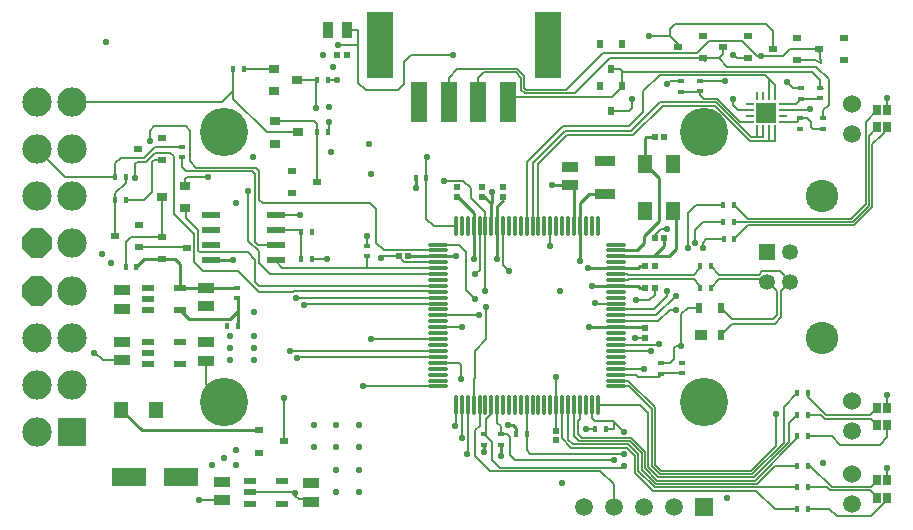
<source format=gtl>
%FSTAX23Y23*%
%MOIN*%
%SFA1B1*%

%IPPOS*%
%AMD44*
4,1,8,0.020400,-0.049400,0.049400,-0.020400,0.049400,0.020400,0.020400,0.049400,-0.020400,0.049400,-0.049400,0.020400,-0.049400,-0.020400,-0.020400,-0.049400,0.020400,-0.049400,0.0*
%
%ADD10R,0.053000X0.037000*%
%ADD11R,0.022000X0.018000*%
%ADD12R,0.091000X0.220000*%
%ADD13R,0.055000X0.134000*%
%ADD14O,0.071000X0.012000*%
%ADD15O,0.012000X0.071000*%
%ADD16R,0.118000X0.063000*%
%ADD17R,0.018000X0.022000*%
%ADD18R,0.020000X0.020000*%
%ADD19R,0.020000X0.020000*%
%ADD20R,0.035000X0.031000*%
%ADD21R,0.037000X0.053000*%
%ADD22R,0.028000X0.024000*%
%ADD23R,0.060000X0.024000*%
%ADD24R,0.067000X0.037000*%
%ADD25R,0.024000X0.028000*%
%ADD26R,0.024000X0.035000*%
%ADD27R,0.039000X0.035000*%
%ADD28R,0.051000X0.055000*%
%ADD29R,0.041000X0.024000*%
%ADD30R,0.051000X0.063000*%
%ADD31R,0.026000X0.033000*%
%ADD32R,0.065000X0.065000*%
%ADD33R,0.010000X0.028000*%
%ADD34R,0.028000X0.010000*%
%ADD35C,0.006000*%
%ADD36C,0.010000*%
%ADD37C,0.161000*%
%ADD38C,0.108000*%
%ADD39C,0.053000*%
%ADD40R,0.053000X0.053000*%
%ADD41C,0.059000*%
%ADD42R,0.059000X0.059000*%
%ADD43C,0.098000*%
G04~CAMADD=44~4~0.0~0.0~988.6~988.6~0.0~289.5~0~0.0~0.0~0.0~0.0~0~0.0~0.0~0.0~0.0~0~0.0~0.0~0.0~225.0~988.6~988.6*
%ADD44D44*%
%ADD45R,0.098000X0.098000*%
%ADD46C,0.060000*%
%ADD47C,0.022000*%
%LNkavi_pcb_r5-1*%
%LPD*%
G54D10*
X00992Y-00131D03*
Y-00069D03*
X00694Y-00126D03*
Y-00064D03*
X0036Y0034D03*
Y00402D03*
Y00576D03*
Y00513D03*
X0064Y00338D03*
Y004D03*
Y0052D03*
Y00582D03*
X01855Y00924D03*
Y00986D03*
G54D11*
X02158Y00295D03*
Y0033D03*
X02226Y00333D03*
Y00297D03*
X02223Y01272D03*
Y01236D03*
X02289Y01237D03*
Y01272D03*
X02622Y01113D03*
Y01148D03*
X02697Y01113D03*
Y01149D03*
X02689Y01214D03*
Y01249D03*
X00745Y00547D03*
Y00583D03*
X01176Y00723D03*
Y00687D03*
X02623Y01213D03*
Y01248D03*
X0056Y01017D03*
Y01053D03*
X01566Y00095D03*
Y00059D03*
X01623Y00095D03*
Y00059D03*
G54D12*
X0122Y0139D03*
X0178D03*
G54D13*
X01352Y01202D03*
X0145D03*
X01549D03*
X01647D03*
G54D14*
X02007Y00726D03*
Y00707D03*
Y00687D03*
Y00667D03*
Y00647D03*
Y00628D03*
Y00608D03*
Y00588D03*
Y00569D03*
Y00549D03*
Y00529D03*
Y0051D03*
Y0049D03*
Y0047D03*
Y00451D03*
Y00431D03*
Y00411D03*
Y00392D03*
Y00372D03*
Y00352D03*
Y00333D03*
Y00313D03*
Y00293D03*
Y00273D03*
Y00254D03*
X01413D03*
Y00273D03*
Y00293D03*
Y00313D03*
Y00333D03*
Y00352D03*
Y00372D03*
Y00392D03*
Y00411D03*
Y00431D03*
Y00451D03*
Y0047D03*
Y0049D03*
Y0051D03*
Y00529D03*
Y00549D03*
Y00569D03*
Y00588D03*
Y00608D03*
Y00628D03*
Y00647D03*
Y00667D03*
Y00687D03*
Y00707D03*
Y00726D03*
G54D15*
X01946Y00193D03*
X01927D03*
X01907D03*
X01887D03*
X01867D03*
X01848D03*
X01828D03*
X01808D03*
X01789D03*
X01769D03*
X01749D03*
X0173D03*
X0171D03*
X0169D03*
X01671D03*
X01651D03*
X01631D03*
X01612D03*
X01592D03*
X01572D03*
X01553D03*
X01533D03*
X01513D03*
X01493D03*
X01474D03*
Y00787D03*
X01493D03*
X01513D03*
X01533D03*
X01553D03*
X01572D03*
X01592D03*
X01612D03*
X01631D03*
X01651D03*
X01671D03*
X0169D03*
X0171D03*
X0173D03*
X01749D03*
X01769D03*
X01789D03*
X01808D03*
X01828D03*
X01848D03*
X01867D03*
X01887D03*
X01907D03*
X01927D03*
X01946D03*
G54D16*
X00558Y-0005D03*
X00385D03*
G54D17*
X02288Y00654D03*
X02287Y00582D03*
X00712Y00455D03*
X00748D03*
X00993Y00769D03*
X00957D03*
Y00678D03*
X00993D03*
X02324Y00654D03*
X02323Y00582D03*
X00732Y01312D03*
X00768D03*
X01012Y01275D03*
X01048D03*
X01012Y011D03*
X01048D03*
X00337Y0095D03*
X00373D03*
Y00875D03*
X00337D03*
X00373Y00653D03*
X00409D03*
X01375Y00949D03*
X0134D03*
X02365Y00858D03*
X02401D03*
X02364Y00801D03*
X024D03*
X02366Y00744D03*
X02402D03*
X02612Y00159D03*
X02648D03*
X02612Y00231D03*
X02648D03*
X02612Y00087D03*
X02648D03*
X02612Y-00011D03*
X02648D03*
X02612Y-00083D03*
X02648D03*
X02612Y-00155D03*
X02648D03*
X0171Y00096D03*
X01674D03*
X01973Y00111D03*
X01937D03*
G54D18*
X02105Y0058D03*
X02137D03*
Y00655D03*
X02105D03*
X02136Y00747D03*
X02167D03*
Y01085D03*
X02136D03*
X01079Y01357D03*
X01111D03*
X01283Y00687D03*
X01315D03*
G54D19*
X02105Y00416D03*
Y00448D03*
X01479Y00917D03*
Y00885D03*
X01562Y00917D03*
Y00885D03*
X0163Y00917D03*
Y00885D03*
X01808Y00075D03*
Y00106D03*
G54D20*
X00572Y00847D03*
Y00921D03*
X00494Y00884D03*
X00866Y01312D03*
Y01238D03*
X00944Y01275D03*
X00871Y01137D03*
Y01063D03*
X00949Y011D03*
G54D21*
X01049Y01443D03*
X01112D03*
G54D22*
X00338Y00756D03*
X00416Y00719D03*
Y00793D03*
X00415Y01045D03*
X00493Y01008D03*
Y01082D03*
X00928Y00971D03*
Y00897D03*
X0101Y00934D03*
X02612Y01342D03*
Y01416D03*
X0253Y01379D03*
X02297Y01347D03*
Y01421D03*
X02215Y01384D03*
X02767Y01342D03*
Y01416D03*
X02685Y01379D03*
X02447Y01347D03*
Y01421D03*
X02365Y01384D03*
X00819Y00107D03*
Y00033D03*
X00901Y0007D03*
X00494Y00752D03*
Y00678D03*
X00576Y00715D03*
G54D23*
X00657Y00825D03*
Y00775D03*
Y00725D03*
Y00675D03*
X00873Y00825D03*
Y00775D03*
Y00725D03*
Y00675D03*
G54D24*
X0197Y00895D03*
Y01005D03*
G54D25*
X02028Y01255D03*
X01954D03*
X01991Y01173D03*
X02028Y01395D03*
X01954D03*
X01991Y01313D03*
G54D26*
X02283Y00515D03*
X02357D03*
Y00425D03*
G54D27*
X0229Y00425D03*
G54D28*
X00359Y00175D03*
X00473D03*
G54D29*
X00554Y00402D03*
Y00328D03*
X00446D03*
Y00365D03*
Y00402D03*
X00894Y-00063D03*
Y-00137D03*
X00786D03*
Y-001D03*
Y-00063D03*
X00554Y00582D03*
Y00508D03*
X00446D03*
Y00545D03*
Y00582D03*
G54D30*
X02197Y00996D03*
Y00838D03*
X02103Y00996D03*
Y00838D03*
G54D31*
X02879Y00125D03*
X02912D03*
Y00183D03*
X02879Y00182D03*
Y-0006D03*
X02912D03*
Y-00117D03*
X02879D03*
Y01117D03*
X02912D03*
Y01175D03*
X02879Y01174D03*
G54D32*
X02509Y01166D03*
G54D33*
X02479Y01222D03*
X02499D03*
X02519D03*
X02539D03*
Y0111D03*
X02519D03*
X02499D03*
X02479D03*
G54D34*
X02565Y01196D03*
Y01176D03*
Y01156D03*
Y01136D03*
X02453D03*
Y01156D03*
Y01176D03*
Y01196D03*
G54D35*
X00337Y00763D02*
X00346Y00755D01*
X01451Y01159D02*
X01472Y01181D01*
X02155Y00295D02*
X02158Y00297D01*
X00574Y00816D02*
Y00848D01*
X00494Y00883D02*
X00496Y00885D01*
X00374Y00651D02*
Y00736D01*
X02028Y01253D02*
Y013D01*
X01669Y01202D02*
Y01181D01*
X01648Y01159D02*
X01669Y01181D01*
X0094Y00352D02*
X01413D01*
X01702Y01247D02*
X01708Y01241D01*
X01691Y01242D02*
X01703Y0123D01*
X01669Y01219D02*
Y01202D01*
Y01219D02*
X01994D01*
X02028Y01253*
X01708Y01241D02*
X01841D01*
X01703Y0123D02*
X01871D01*
X01568Y013D02*
X01673D01*
X01549Y01281D02*
X01568Y013D01*
X01549Y01202D02*
Y01281D01*
X0145Y01219D02*
Y01282D01*
X01479Y01311*
X01678*
X01702Y01287*
Y01247D02*
Y01287D01*
X01841Y01241D02*
X01964Y01364D01*
X01691Y01242D02*
Y01282D01*
X01173Y0124D02*
X01282D01*
X01302Y0126*
Y01335*
X01325Y01358*
X01464*
X01673Y013D02*
X01691Y01282D01*
X01112Y01443D02*
X01148D01*
X01669Y01181D02*
D01*
X02047Y00273D02*
X02137Y00184D01*
X02007Y00273D02*
X02047D01*
X02137Y-00007D02*
Y00184D01*
X02007Y00254D02*
X02051D01*
X02115Y-00016D02*
Y00165D01*
X02087Y00193D02*
X02115Y00165D01*
X01946Y00193D02*
X02087D01*
X02137Y-00007D02*
X02158Y-00028D01*
X02136Y-00083D02*
X02612D01*
X0214Y-00072D02*
X02476D01*
X02145Y-00061D02*
X02471D01*
X02149Y-0005D02*
X02467D01*
X02154Y-00039D02*
X02462D01*
X02158Y-00028D02*
X02458D01*
X0254Y00054D02*
Y0016D01*
X02458Y-00028D02*
X0254Y00054D01*
X02505Y01292D02*
X02519Y01278D01*
X02154Y01292D02*
X02505D01*
X02031Y01303D02*
X02661D01*
X02379Y01319D02*
X02674D01*
X02661Y01303D02*
X02689Y01275D01*
X02674Y01319D02*
X02716Y01277D01*
X02318Y01404D02*
X02428D01*
X02519Y01278D02*
X02539Y01258D01*
Y01222D02*
Y01258D01*
X02519Y01222D02*
Y01278D01*
X02099Y01237D02*
X02154Y01292D01*
X02288Y01224D02*
Y01236D01*
Y01224D02*
X023Y01212D01*
X02345*
X0242Y01136*
X02453*
X02021Y01313D02*
X02031Y01303D01*
X02028Y013D02*
X02031Y01303D01*
X01991Y01313D02*
X02021D01*
X02352Y01347D02*
X02379Y01319D01*
X02716Y01193D02*
Y01277D01*
X02697Y01174D02*
X02716Y01193D01*
X02697Y01149D02*
Y01174D01*
X02689Y01249D02*
Y01275D01*
Y01249D02*
X02696D01*
X02663Y01113D02*
X02697D01*
X02658Y01118D02*
X02663Y01113D01*
X02658Y01118D02*
Y01134D01*
X02644Y01148D02*
X02658Y01134D01*
X02622Y01148D02*
X02644D01*
X0261Y01136D02*
X02622Y01148D01*
X02565Y01136D02*
X0261D01*
X02688Y01213D02*
X02689Y01214D01*
X02623Y01213D02*
X02688D01*
X02606Y01196D02*
X02623Y01213D01*
X02565Y01196D02*
X02606D01*
X02297Y01347D02*
X02305Y01339D01*
X02457Y01084D02*
X02478D01*
X02479Y01085*
X02497Y01084D02*
X02499Y01086D01*
X02911Y00183D02*
Y00224D01*
X02912Y-0006D02*
Y-00018D01*
Y01174D02*
Y01216D01*
X02911Y00183D02*
X02912Y00182D01*
X01808Y00193D02*
Y00285D01*
X01233Y00707D02*
X01413D01*
X01209Y00731D02*
X01233Y00707D01*
X01209Y00731D02*
Y00844D01*
X01189Y00864D02*
X01209Y00844D01*
X01176Y00723D02*
Y00755D01*
X0083Y00864D02*
X01189D01*
X00573Y01121D02*
X00588Y01106D01*
X00468Y01121D02*
X00573D01*
X00453Y01071D02*
Y01106D01*
X00468Y01121*
X00818Y00876D02*
Y00973D01*
Y00876D02*
X0083Y00864D01*
X00522Y01033D02*
X00535Y0102D01*
X00471Y01033D02*
X00522D01*
X00441Y01003D02*
X00471Y01033D01*
X00535Y00828D02*
Y0102D01*
X00412Y01003D02*
X00441D01*
X00404Y00995D02*
X00412Y01003D01*
X00404Y00948D02*
Y00995D01*
X00435Y01016D02*
X00472Y01053D01*
X00356Y01016D02*
X00435D01*
X00337Y00997D02*
X00356Y01016D01*
X00472Y01053D02*
X0056D01*
X00468Y01008D02*
X00493D01*
X0046Y01D02*
X00468Y01008D01*
X0046Y009D02*
Y01D01*
X00435Y00875D02*
X0046Y009D01*
X00373Y00875D02*
X00435D01*
X00535Y00828D02*
X00602Y00761D01*
X00574Y00816D02*
X00614Y00776D01*
Y00706D02*
Y00776D01*
Y00706D02*
X0062Y007D01*
X00873Y00775D02*
X00957D01*
Y00678D02*
Y00775D01*
X00602Y00668D02*
Y00761D01*
Y00668D02*
X00632Y00638D01*
X00747*
X0062Y007D02*
X0078D01*
X00805Y00675*
X02149Y00392D02*
X02152Y00395D01*
X02007Y00392D02*
X02149D01*
X00901Y0007D02*
Y00214D01*
X00902Y00215*
X01572Y00787D02*
Y00834D01*
X01523Y00883D02*
X01572Y00834D01*
X01523Y00883D02*
Y00915D01*
X01176Y00647D02*
Y00687D01*
X00967Y00525D02*
X00971Y00529D01*
X01413*
X00921Y00372D02*
D01*
X01413*
X01375Y00949D02*
Y01017D01*
X01376Y01018*
X01375Y00812D02*
Y00949D01*
Y00812D02*
X014Y00787D01*
X01474*
X01434Y00939D02*
X01499D01*
X01523Y00915*
X00781Y00739D02*
X00816Y00704D01*
Y00665D02*
Y00704D01*
X00781Y00739D02*
Y00906D01*
X00816Y00665D02*
X00853Y00628D01*
X01413*
Y00451D02*
X01493D01*
X01413D02*
D01*
X01048Y011D02*
X0105Y01102D01*
Y01136*
X01008Y01271D02*
X01012Y01275D01*
X01008Y01182D02*
Y01271D01*
X01575Y0041D02*
Y00518D01*
X01938Y00529D02*
X02007D01*
X01937Y0053D02*
X01938Y00529D01*
X01192Y00411D02*
X01412D01*
X01413*
X01163Y00254D02*
X01413D01*
X021Y00313D02*
D01*
X02007D02*
X021D01*
X02Y-0015D02*
Y-00073D01*
X01955Y-00028D02*
X02Y-00073D01*
X01588Y-00028D02*
X01955D01*
X01537Y00023D02*
X01588Y-00028D01*
X01537Y00023D02*
Y00107D01*
X01553Y00123*
Y00193*
X01474Y00123D02*
Y00193D01*
X01413Y0049D02*
X01551D01*
X01485Y00726D02*
X01509Y00702D01*
X01413Y00726D02*
X01485D01*
X02862Y00852D02*
Y0106D01*
X02895Y01092D02*
D01*
X02862Y0106D02*
X02895Y01092D01*
X02912Y0111D02*
Y01117D01*
X02895Y01092D02*
X02912Y0111D01*
X028Y0079D02*
X02862Y00852D01*
X02796Y00801D02*
X02851Y00856D01*
Y01089*
X02791Y00812D02*
X0284Y00861D01*
Y01136*
X02851Y01089D02*
X02879Y01117D01*
X0284Y01136D02*
X02879Y01174D01*
X02448Y0079D02*
X028D01*
X024Y00801D02*
X02796D01*
X02447Y00812D02*
X02791D01*
X02401Y00858D02*
X02447Y00812D01*
X02402Y00744D02*
X02448Y0079D01*
X02274Y00858D02*
X02365D01*
X02248Y00832D02*
X02274Y00858D01*
X02299Y00801D02*
X02364D01*
X02272Y00774D02*
X02299Y00801D01*
X02308Y00744D02*
X02366D01*
X02296Y00732D02*
X02308Y00744D01*
X02744Y-0018D02*
X02856D01*
X02719Y-00155D02*
X02744Y-0018D01*
X02648Y-00155D02*
X02719D01*
X02704Y00146D02*
X02858D01*
X02879Y00125*
X02691Y00159D02*
X02704Y00146D01*
X02648Y00159D02*
X02691D01*
X02853Y00157D02*
X02879Y00182D01*
X02709Y00157D02*
X02853D01*
X02648Y00218D02*
X02709Y00157D01*
X02912Y-00124D02*
Y-00117D01*
X02856Y-0018D02*
X02912Y-00124D01*
X02854Y-00093D02*
X02879Y-00117D01*
X02721Y-00093D02*
X02854D01*
X02712Y-00083D02*
X02721Y-00093D01*
X02648Y-00083D02*
X02712D01*
X02857Y-00082D02*
X02879Y-0006D01*
X02726Y-00082D02*
X02857D01*
X02655Y-00011D02*
X02726Y-00082D01*
X02648Y-00011D02*
X02655D01*
X02648Y00218D02*
Y00231D01*
X02912Y00085D02*
Y00125D01*
X02886Y00059D02*
X02912Y00085D01*
X02754Y00059D02*
X02886D01*
X02726Y00087D02*
X02754Y00059D01*
X02648Y00087D02*
X02726D01*
X02007Y0049D02*
X02141D01*
X02007Y0051D02*
X02133D01*
X01789Y00721D02*
Y00787D01*
X01672Y00007D02*
X01673Y00008D01*
X01655Y00024D02*
X01672Y00007D01*
X02683Y01377D02*
X02685Y01379D01*
X02683Y01377D02*
X02691Y0133D01*
X02612Y01342D02*
X02671D01*
X02691Y0133*
X01871Y0123D02*
X01988Y01347D01*
X0017Y0095D02*
X00337D01*
X00076Y01044D02*
X0017Y0095D01*
X00373Y00933D02*
Y0095D01*
X00337Y00897D02*
X00373Y00933D01*
X00337Y00875D02*
Y00897D01*
X00424Y00718D02*
X00574D01*
X00576Y00715*
X00494Y00752D02*
Y00883D01*
X0056Y00985D02*
Y01017D01*
X00873Y0067D02*
Y00675D01*
Y0067D02*
X00895Y00647D01*
X00337Y0095D02*
Y00997D01*
X00805Y00735D02*
Y0096D01*
Y00735D02*
X00815Y00725D01*
X00873*
X00194Y01202D02*
X00695D01*
X00732Y01239*
Y01312*
X00768D02*
X00866D01*
X00944Y01275D02*
X01012D01*
Y00936D02*
Y011D01*
X0101Y00934D02*
X01012Y00936D01*
X00871Y01137D02*
X01002D01*
X01012Y01127*
Y011D02*
Y01127D01*
X00845Y011D02*
X00949D01*
X00732Y01213D02*
X00845Y011D01*
X00732Y01213D02*
Y01239D01*
X00493Y01008D02*
X00494D01*
X00337Y00763D02*
Y00875D01*
X02007Y00608D02*
X02046D01*
X02048Y0061*
X02266*
X02007Y00628D02*
X02046D01*
X02048Y00626*
X02266*
X02285Y00645*
Y00651*
X02288Y00654*
X02266Y0061D02*
X02284Y00592D01*
Y00585D02*
Y00592D01*
Y00585D02*
X02287Y00582D01*
X02357Y00425D02*
X02395Y00462D01*
X02357Y00515D02*
X02395Y00478D01*
X0253*
X02543Y00491*
X02395Y00462D02*
X02537D01*
X02559Y00484*
Y00573*
X02543Y00491D02*
Y0057D01*
X0251Y00603D02*
X02543Y0057D01*
X02559Y00573D02*
X02589Y00603D01*
X02323Y00582D02*
X02351Y0061D01*
X02503*
X0251Y00603*
X02554Y00637D02*
X02589Y00603D01*
X02324Y00654D02*
X02352Y00626D01*
X02484*
X02495Y00637*
X02554*
X00374Y00736D02*
X0039Y00752D01*
X00494*
X01964Y01364D02*
X02278D01*
X01988Y01347D02*
X02297D01*
X02352*
X02278Y01364D02*
X02318Y01404D01*
X0236Y01379D02*
X02365Y01384D01*
X02225Y00387D02*
Y00494D01*
X02246Y00515*
X02283*
X01147Y01266D02*
X01173Y0124D01*
X01147Y01266D02*
Y01357D01*
X01148Y01358*
X01081Y0139D02*
X01148D01*
Y01358D02*
Y0139D01*
Y01443*
X01808Y00106D02*
Y00193D01*
Y00106D02*
D01*
X01612Y00133D02*
X01623Y00122D01*
X01612Y00133D02*
Y00193D01*
X01623Y00095D02*
Y00122D01*
X01927Y00193D02*
D01*
X01623Y00095D02*
X01644D01*
X01655Y00084*
Y00024D02*
Y00084D01*
X01848Y00076D02*
Y00193D01*
X02082Y-00029D02*
X02136Y-00083D01*
X02612D02*
D01*
X02093Y-00025D02*
Y00031D01*
X02536Y-00155D02*
X02612D01*
X02104Y-0002D02*
Y00036D01*
Y-0002D02*
X02145Y-00061D01*
X02115Y-00016D02*
X02149Y-0005D01*
X02051Y00254D02*
X02126Y00179D01*
Y-00011D02*
Y00179D01*
Y-00011D02*
X02154Y-00039D01*
X02566Y00185D02*
X02612Y00231D01*
X02584Y00131D02*
X02612Y00159D01*
X01927Y00147D02*
Y00193D01*
Y00147D02*
X01936Y00138D01*
X02*
X01973Y00111D02*
X02002D01*
Y00136*
X02Y00138D02*
X02002Y00136D01*
X02035Y00103*
X01749Y00996D02*
X01843Y0109D01*
X0173Y00999D02*
X01837Y01106D01*
X0183Y01122D02*
X02052D01*
X01837Y01106D02*
X02059D01*
X01843Y0109D02*
X02065D01*
X0171Y00787D02*
Y01002D01*
X0173Y00787D02*
Y00999D01*
X01749Y00787D02*
Y00996D01*
X0171Y01002D02*
X0183Y01122D01*
X02223Y01237D02*
Y01236D01*
X02099Y01169D02*
Y01237D01*
X02052Y01122D02*
X02099Y01169D01*
X02059Y01106D02*
X02154Y01201D01*
X02065Y0109D02*
X02164Y01189D01*
X02454Y01071D02*
X02519D01*
X02154Y01201D02*
X0234D01*
X02457Y01084*
X02164Y01189D02*
X02337D01*
X02454Y01071*
X02352Y01347D02*
X02365Y0136D01*
Y01384*
X02118Y0142D02*
X02189D01*
X02215Y01394*
Y01384D02*
Y01394D01*
X02428Y01404D02*
X02476Y01356D01*
X02565D02*
X02588Y01379D01*
X02685*
X02476Y01356D02*
X0249D01*
X02565*
X02507Y0146D02*
X0253Y01437D01*
Y01379D02*
Y01437D01*
X02189Y0142D02*
Y01444D01*
X02205Y0146*
X02507*
X02062Y01183D02*
Y01213D01*
X02052Y01173D02*
X02062Y01183D01*
X01991Y01173D02*
X02052D01*
X02413Y01176D02*
X02453D01*
X02399Y0119D02*
X02413Y01176D01*
X02399Y0119D02*
Y01213D01*
X02475Y-00094D02*
X02536Y-00155D01*
X02462Y-00039D02*
X02566Y00065D01*
Y00185*
X02467Y-0005D02*
X02584Y00067D01*
Y00131*
X02537Y-00011D02*
X02612D01*
X02476Y-00072D02*
X02537Y-00011D01*
X02093Y-00025D02*
X0214Y-00072D01*
X02612Y0008D02*
Y00087D01*
X02471Y-00061D02*
X02612Y0008D01*
X00895Y00647D02*
X01176D01*
X01413*
X01568Y00095D02*
X01574Y00101D01*
X01568Y00095D02*
X01595Y00068D01*
Y00009D02*
Y00068D01*
X01566Y00095D02*
X01568D01*
X01574Y00101D02*
Y00145D01*
X01592Y00163*
Y00193*
X0171Y0004D02*
Y00096D01*
Y00193*
X02007Y00273D02*
X02008D01*
X02136Y00747D02*
Y00758D01*
X0207Y00416D02*
X02105D01*
X00616Y-00126D02*
X00694D01*
X00986Y-00123D02*
X0099Y-00127D01*
X0095Y-00123D02*
X00986D01*
X00938Y-00111D02*
X0095Y-00123D01*
X00938Y-00111D02*
Y-00103D01*
X0064Y0026D02*
Y00338D01*
Y0026D02*
X007Y002D01*
X02201Y0038D02*
X02208Y00387D01*
X02225*
X02158Y00333D02*
X02189D01*
X02201Y00345*
Y0038*
X02158Y00297D02*
D01*
X02226*
X00993Y00678D02*
X01043D01*
X00296Y0034D02*
X0036D01*
X0027Y00366D02*
X00296Y0034D01*
X00269Y00366D02*
X0027D01*
X00786Y-001D02*
X00935D01*
X00938Y-00103*
X02186Y01272D02*
X02223D01*
X02177Y01263D02*
X02186Y01272D01*
X0241Y01347D02*
X02447D01*
X02398Y01359D02*
X0241Y01347D01*
X02598Y01248D02*
X02623D01*
X02579Y01267D02*
X02598Y01248D01*
X0094Y00352D02*
X00944Y00348D01*
D01*
X01906Y00111D02*
X01937D01*
X02156Y00778D02*
X02176D01*
X02136Y00758D02*
X02156Y00778D01*
X01788Y0072D02*
X01789Y00721D01*
X01786Y0072D02*
X01788D01*
X01048Y01275D02*
X01078D01*
X00817Y00588D02*
X01413D01*
X00805Y006D02*
X00817Y00588D01*
X00805Y006D02*
Y00675D01*
X00747Y00638D02*
X00816Y00569D01*
X00931*
X00932Y0057*
X01412D02*
X01413Y00569D01*
X00932Y0057D02*
X01412D01*
X0094Y00549D02*
D01*
X01413*
X01631Y00659D02*
Y00787D01*
Y00659D02*
X01651Y00639D01*
X01572Y00573D02*
Y00787D01*
Y00573D02*
D01*
X01509Y00575D02*
Y00702D01*
Y00575D02*
X01539Y00545D01*
X01553Y00787D02*
Y00786D01*
X01537Y00627D02*
X01553Y00643D01*
Y00786*
X01533Y00193D02*
Y00278D01*
X01536Y00281*
Y0037*
X01575Y0041*
X01413Y00333D02*
X01483D01*
X01492Y00324*
Y00279D02*
Y00324D01*
X01595Y00009D02*
X01621Y-00017D01*
X01673Y00008D02*
X02D01*
X02034Y00029D02*
X02035Y00028D01*
X01721Y00029D02*
X02034D01*
X0171Y0004D02*
X01721Y00029D01*
X01621Y-00017D02*
X0203D01*
X02035Y-00012*
X01494Y00081D02*
Y00179D01*
X01473Y00122D02*
X01474Y00123D01*
X0147Y00122D02*
X01473D01*
X01513Y00193D02*
X01515Y00191D01*
X01512Y00027D02*
X01515Y0003D01*
Y00191*
X01848Y00076D02*
X01864Y0006D01*
X02131Y-00094D02*
X02475D01*
X01828Y0008D02*
Y00193D01*
X02071Y-00034D02*
X02131Y-00094D01*
X02071Y-00034D02*
Y00022D01*
X02044Y00049D02*
X02071Y00022D01*
X01859Y00049D02*
X02044D01*
X01828Y0008D02*
X01859Y00049D01*
X02082Y-00029D02*
Y00027D01*
X02049Y0006D02*
X02082Y00027D01*
X01864Y0006D02*
X02049D01*
X01885Y00191D02*
X01887Y00193D01*
X01893Y00082D02*
X02058D01*
X02104Y00036*
X01887Y00144D02*
Y00193D01*
X01881Y00138D02*
X01887Y00144D01*
X01881Y00094D02*
Y00138D01*
Y00094D02*
X01893Y00082D01*
X01867Y00088D02*
Y00193D01*
Y00088D02*
X01884Y00071D01*
X02053D02*
X02056Y00068D01*
X01884Y00071D02*
X02053D01*
X02056Y00068D02*
X02093Y00031D01*
X02007Y00293D02*
X02073D01*
X02081Y00285*
X02151*
X02158Y00292*
X02007Y00372D02*
X02009Y0037D01*
X02124*
X02007Y0047D02*
X02149D01*
X02296Y00714D02*
Y00732D01*
X02248Y00714D02*
Y00832D01*
X02272Y00774D02*
Y00773D01*
Y00733D02*
Y00773D01*
X02149Y0047D02*
X02186Y00507D01*
X02208*
X02141Y0049D02*
X02207Y00556D01*
X02177Y00554D02*
Y0057D01*
X02133Y0051D02*
X02177Y00554D01*
X02371Y01271D02*
Y01272D01*
D01*
X02289D02*
X02371D01*
X02137Y00559D02*
Y0058D01*
X02118Y0054D02*
X02137Y00559D01*
X02074Y0054D02*
X02118D01*
X00808Y00983D02*
X00818Y00973D01*
X00579Y00951D02*
X00648D01*
X00573Y00971D02*
X00794D01*
X00805Y0096*
X00572Y00921D02*
Y00944D01*
X00579Y00951*
X00588Y01004D02*
Y01106D01*
Y01004D02*
X00609Y00983D01*
X00808*
X0056Y00985D02*
X00573Y00971D01*
X02565Y01176D02*
X0265D01*
X02653Y01179*
X00873Y00825D02*
X00954D01*
X0123Y00687D02*
X01283D01*
X01225Y00682D02*
X0123Y00687D01*
X01411Y00669D02*
X01413Y00667D01*
X01301Y00669D02*
X01411D01*
X01283Y00687D02*
X01301Y00669D01*
X01283Y00687D02*
D01*
X02223Y01236D02*
X02288D01*
X02499Y01086D02*
Y0111D01*
X02479Y01085D02*
Y0111D01*
X02478Y01084D02*
X02497D01*
X02539Y01071D02*
Y0111D01*
X02519Y01071D02*
X02539D01*
X02519D02*
Y0111D01*
G54D36*
X00433Y00678D02*
X00539D01*
X01646Y00126D02*
X01664D01*
X01674Y00116*
Y00096D02*
Y00116D01*
X01623Y00023D02*
Y00059D01*
X01566Y00034D02*
Y00059D01*
X01929Y00588D02*
X02007D01*
X01413Y00687D02*
X01474D01*
X01315Y00688D02*
X01316Y00687D01*
X01855Y00924D02*
X01867Y00911D01*
Y00787D02*
Y00911D01*
X01916Y00895D02*
X0197D01*
X01887Y00866D02*
X01916Y00895D01*
X01887Y00787D02*
Y00866D01*
X02089Y0058D02*
X02105D01*
X02089Y00655D02*
X02105D01*
X02102Y00451D02*
X02105Y00448D01*
X02007Y00451D02*
X02102D01*
X01562Y00885D02*
X0157D01*
X01479D02*
X0148D01*
X01533Y00832*
X01316Y00687D02*
X01413D01*
X00359Y00175D02*
X00427Y00107D01*
X00819*
X00748Y00505D02*
Y00545D01*
Y00455D02*
Y00505D01*
X00721Y00478D02*
X00748Y00505D01*
X00584Y00478D02*
X00721D01*
X00554Y00508D02*
X00584Y00478D01*
X00745Y00547D02*
X00748Y00545D01*
X00745Y00582D02*
Y00583D01*
X0064Y00582D02*
X00745D01*
X00409Y00653D02*
X00433Y00678D01*
X00554Y00582D02*
Y00663D01*
X00539Y00678D02*
X00554Y00663D01*
Y00582D02*
D01*
X0064*
X01913Y00647D02*
X02007D01*
X01916Y00451D02*
X02007D01*
X01887Y00672D02*
Y00787D01*
X01533Y00677D02*
Y00787D01*
X01612D02*
Y00855D01*
X0163Y00873*
X01533Y00787D02*
Y00832D01*
X02007Y00451D02*
D01*
Y00588D02*
X02081D01*
X02089Y0058*
X02007Y00647D02*
X02082D01*
X02089Y00655*
X02007Y00687D02*
X02134D01*
X02167Y0072*
Y00747*
X02134Y00687D02*
X02185D01*
X02108Y01085D02*
X02136D01*
X02103Y0108D02*
X02108Y01085D01*
X02103Y00996D02*
Y0108D01*
X02007Y00707D02*
X02077D01*
X02102Y00732*
X02103Y00996D02*
X02151Y00947D01*
X01855Y00924D02*
D01*
X01795D02*
X01855D01*
X02102Y00732D02*
Y00756D01*
X02151Y00805*
Y00947*
X00657Y00675D02*
X00731D01*
X00732Y00676*
X01592Y00863D02*
X01593Y00864D01*
Y009*
X01592Y00787D02*
Y00863D01*
X0157Y00885D02*
X01592Y00863D01*
X0134Y00915D02*
Y00949D01*
X0161Y00786D02*
X01612Y00787D01*
X0161Y00677D02*
Y00786D01*
X01929Y00588D02*
D01*
X01926D02*
X01929D01*
X02185Y00687D02*
X02208Y0071D01*
Y00827*
X02197Y00838D02*
X02208Y00827D01*
G54D37*
X023Y011D03*
X007D03*
Y002D03*
X023D03*
G54D38*
X02695Y00889D03*
Y00415D03*
G54D39*
X02589Y00701D03*
Y00603D03*
X0251D03*
G54D40*
X0251Y00701D03*
G54D41*
X019Y-0015D03*
X02D03*
X021D03*
X022D03*
X02795Y00104D03*
Y-00139D03*
Y01096D03*
G54D42*
X023Y-0015D03*
G54D43*
X00076Y001D03*
Y00257D03*
Y00415D03*
Y00887D03*
Y01044D03*
Y01202D03*
X00194D03*
Y01044D03*
Y00887D03*
Y0073D03*
Y00572D03*
Y00415D03*
Y00257D03*
G54D44*
X00076Y00572D03*
Y0073D03*
G54D45*
X00194Y001D03*
G54D46*
X02795Y00204D03*
Y-00039D03*
Y01196D03*
G54D47*
X02377Y-0012D03*
X0254Y0016D03*
X01065Y01318D03*
X01058Y01035D03*
X00796Y01018D03*
X00742Y00864D03*
X01829Y-00067D03*
X02911Y00224D03*
X02912Y-00018D03*
Y01216D03*
X01808Y00285D03*
X01646Y00126D03*
X01623Y00023D03*
X01566Y00034D03*
X01474Y00687D03*
X01176Y00755D03*
X00453Y01071D03*
X00404Y00948D03*
X00902Y00215D03*
X02152Y00395D03*
X02225Y00387D03*
X00967Y00525D03*
X00323Y00665D03*
X00921Y00372D03*
X01376Y01018D03*
X01434Y00939D03*
X00781Y00906D03*
X01493Y00451D03*
X0105Y01136D03*
X01008Y01182D03*
X01575Y00518D03*
X01937Y0053D03*
X0105Y01186D03*
X01192Y00411D03*
Y00962D03*
X01183Y01062D03*
X01163Y00254D03*
X021Y00313D03*
X01551Y0049D03*
X01Y0005D03*
X01075D03*
Y-00025D03*
X0115Y-001D03*
Y-00025D03*
Y0005D03*
Y00125D03*
X01075D03*
X01D03*
X00701Y00015D03*
X0066Y-0001D03*
X0074D03*
Y0004D03*
X008Y0034D03*
X0072D03*
Y0038D03*
X008D03*
Y0042D03*
X0072D03*
X01887Y00672D03*
X01913Y00647D03*
X01916Y00451D03*
X01533Y00677D03*
X01464Y01358D03*
X01081Y0139D03*
X01032Y01357D03*
X02035Y00103D03*
X02118Y0142D03*
X0249Y01356D03*
X02062Y01213D03*
X02399D03*
X01795Y00924D03*
X01075Y-001D03*
X02035Y-00012D03*
Y00028D03*
X0207Y00416D03*
X00616Y-00126D03*
X00938Y-00103D03*
X00308Y01401D03*
X00732Y00676D03*
X00293Y00696D03*
X01043Y00678D03*
X00269Y00366D03*
X02177Y01263D03*
X02398Y01359D03*
X02579Y01267D03*
X00944Y00348D03*
X01906Y00111D03*
X02176Y00778D03*
X01593Y009D03*
X0134Y00915D03*
X01786Y0072D03*
X01078Y01275D03*
X008Y00503D03*
X0094Y00549D03*
X01651Y00639D03*
X01572Y00573D03*
X01539Y00545D03*
X01537Y00627D03*
X0161Y00677D03*
X01492Y00279D03*
X01926Y00588D03*
X02Y00008D03*
X01494Y00081D03*
X0147Y00122D03*
X01512Y00027D03*
X02124Y0037D03*
X02208Y00507D03*
X02296Y00714D03*
X02248D03*
X02272Y00733D03*
X02207Y00556D03*
X02177Y0057D03*
X02371Y01271D03*
X02698Y-00002D03*
X02074Y0054D03*
X00648Y00951D03*
X02653Y01179D03*
X0182Y00573D03*
X00954Y00825D03*
X01225Y00682D03*
M02*
</source>
